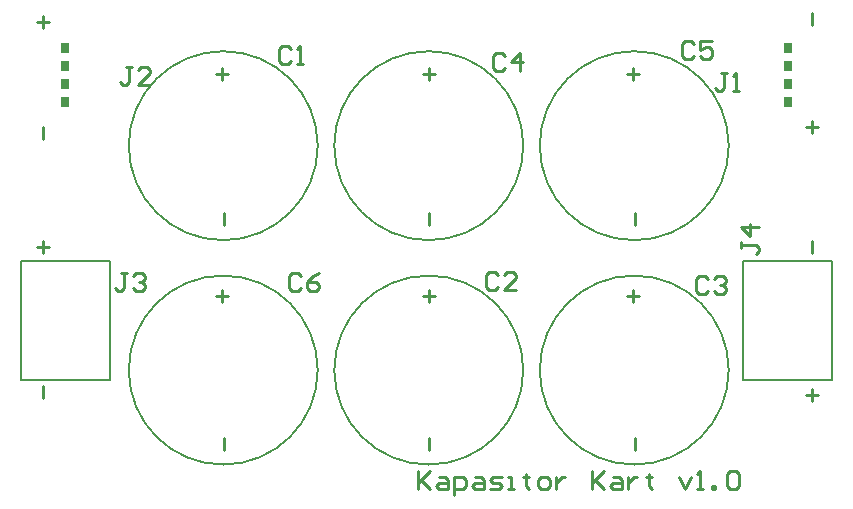
<source format=gto>
G04*
G04 #@! TF.GenerationSoftware,Altium Limited,Altium Designer,19.1.5 (86)*
G04*
G04 Layer_Color=65535*
%FSLAX44Y44*%
%MOMM*%
G71*
G01*
G75*
%ADD10C,0.2000*%
%ADD11R,0.8000X0.8500*%
%ADD12C,0.2540*%
D10*
X257800Y300000D02*
G03*
X257800Y300000I-80000J0D01*
G01*
X605780D02*
G03*
X605780Y300000I-80000J0D01*
G01*
X431790D02*
G03*
X431790Y300000I-80000J0D01*
G01*
X605780Y110000D02*
G03*
X605780Y110000I-80000J0D01*
G01*
X431790D02*
G03*
X431790Y110000I-80000J0D01*
G01*
X257800D02*
G03*
X257800Y110000I-80000J0D01*
G01*
X6990Y102000D02*
Y202000D01*
X81990Y102000D02*
Y202000D01*
X6990Y102000D02*
X81990D01*
X6990Y202000D02*
X81990D01*
X692820Y102000D02*
Y202000D01*
X617820Y102000D02*
Y202000D01*
X692820D01*
X617820Y102000D02*
X692820D01*
D11*
X43790Y337310D02*
D03*
Y352310D02*
D03*
Y367310D02*
D03*
Y382310D02*
D03*
X656210D02*
D03*
Y367310D02*
D03*
Y352310D02*
D03*
Y337310D02*
D03*
D12*
X178382Y42000D02*
Y52157D01*
X352383Y42000D02*
Y52157D01*
X526382Y42000D02*
Y52157D01*
Y233000D02*
Y243157D01*
X352383Y233000D02*
Y243157D01*
X178382Y233000D02*
Y243157D01*
X520000Y172617D02*
X530157D01*
X525078Y177696D02*
Y167539D01*
X347000Y172617D02*
X357157D01*
X352078Y177696D02*
Y167539D01*
X172000Y172617D02*
X182157D01*
X177078Y177696D02*
Y167539D01*
X520000Y360617D02*
X530157D01*
X525078Y365696D02*
Y355539D01*
X347000Y360617D02*
X357157D01*
X352078Y365696D02*
Y355539D01*
X172000Y360617D02*
X182157D01*
X177078Y365696D02*
Y355539D01*
X676383Y311000D02*
Y321157D01*
X671304Y316078D02*
X681461D01*
X676383Y84000D02*
Y94157D01*
X671304Y89078D02*
X681461D01*
X25382Y209000D02*
Y219157D01*
X20304Y214078D02*
X30461D01*
X25382Y400000D02*
Y410157D01*
X20304Y405078D02*
X30461D01*
X676383Y209000D02*
Y219157D01*
Y402000D02*
Y412157D01*
X25382Y306000D02*
Y316157D01*
Y86000D02*
Y96157D01*
X234947Y381876D02*
X232407Y384415D01*
X227329D01*
X224790Y381876D01*
Y371719D01*
X227329Y369180D01*
X232407D01*
X234947Y371719D01*
X240025Y369180D02*
X245103D01*
X242564D01*
Y384415D01*
X240025Y381876D01*
X343000Y24235D02*
Y9000D01*
Y14078D01*
X353157Y24235D01*
X345539Y16617D01*
X353157Y9000D01*
X360774Y19157D02*
X365853D01*
X368392Y16617D01*
Y9000D01*
X360774D01*
X358235Y11539D01*
X360774Y14078D01*
X368392D01*
X373470Y3922D02*
Y19157D01*
X381088D01*
X383627Y16617D01*
Y11539D01*
X381088Y9000D01*
X373470D01*
X391244Y19157D02*
X396323D01*
X398862Y16617D01*
Y9000D01*
X391244D01*
X388705Y11539D01*
X391244Y14078D01*
X398862D01*
X403940Y9000D02*
X411558D01*
X414097Y11539D01*
X411558Y14078D01*
X406479D01*
X403940Y16617D01*
X406479Y19157D01*
X414097D01*
X419175Y9000D02*
X424254D01*
X421715D01*
Y19157D01*
X419175D01*
X434410Y21696D02*
Y19157D01*
X431871D01*
X436950D01*
X434410D01*
Y11539D01*
X436950Y9000D01*
X447106D02*
X452185D01*
X454724Y11539D01*
Y16617D01*
X452185Y19157D01*
X447106D01*
X444567Y16617D01*
Y11539D01*
X447106Y9000D01*
X459802Y19157D02*
Y9000D01*
Y14078D01*
X462341Y16617D01*
X464881Y19157D01*
X467420D01*
X490272Y24235D02*
Y9000D01*
Y14078D01*
X500429Y24235D01*
X492812Y16617D01*
X500429Y9000D01*
X508047Y19157D02*
X513125D01*
X515664Y16617D01*
Y9000D01*
X508047D01*
X505507Y11539D01*
X508047Y14078D01*
X515664D01*
X520742Y19157D02*
Y9000D01*
Y14078D01*
X523282Y16617D01*
X525821Y19157D01*
X528360D01*
X538517Y21696D02*
Y19157D01*
X535978D01*
X541056D01*
X538517D01*
Y11539D01*
X541056Y9000D01*
X563909Y19157D02*
X568987Y9000D01*
X574065Y19157D01*
X579144Y9000D02*
X584222D01*
X581683D01*
Y24235D01*
X579144Y21696D01*
X591839Y9000D02*
Y11539D01*
X594379D01*
Y9000D01*
X591839D01*
X604535Y21696D02*
X607075Y24235D01*
X612153D01*
X614692Y21696D01*
Y11539D01*
X612153Y9000D01*
X607075D01*
X604535Y11539D01*
Y21696D01*
X243837Y189336D02*
X241297Y191875D01*
X236219D01*
X233680Y189336D01*
Y179179D01*
X236219Y176640D01*
X241297D01*
X243837Y179179D01*
X259072Y191875D02*
X253993Y189336D01*
X248915Y184258D01*
Y179179D01*
X251454Y176640D01*
X256533D01*
X259072Y179179D01*
Y181718D01*
X256533Y184258D01*
X248915D01*
X576157Y385696D02*
X573618Y388235D01*
X568539D01*
X566000Y385696D01*
Y375539D01*
X568539Y373000D01*
X573618D01*
X576157Y375539D01*
X591392Y388235D02*
X581235D01*
Y380617D01*
X586313Y383157D01*
X588853D01*
X591392Y380617D01*
Y375539D01*
X588853Y373000D01*
X583774D01*
X581235Y375539D01*
X410207Y190676D02*
X407668Y193215D01*
X402589D01*
X400050Y190676D01*
Y180519D01*
X402589Y177980D01*
X407668D01*
X410207Y180519D01*
X425442Y177980D02*
X415285D01*
X425442Y188137D01*
Y190676D01*
X422903Y193215D01*
X417824D01*
X415285Y190676D01*
X588007Y187466D02*
X585467Y190005D01*
X580389D01*
X577850Y187466D01*
Y177309D01*
X580389Y174770D01*
X585467D01*
X588007Y177309D01*
X593085Y187466D02*
X595624Y190005D01*
X600703D01*
X603242Y187466D01*
Y184927D01*
X600703Y182388D01*
X598163D01*
X600703D01*
X603242Y179848D01*
Y177309D01*
X600703Y174770D01*
X595624D01*
X593085Y177309D01*
X416557Y375526D02*
X414017Y378065D01*
X408939D01*
X406400Y375526D01*
Y365369D01*
X408939Y362830D01*
X414017D01*
X416557Y365369D01*
X429253Y362830D02*
Y378065D01*
X421635Y370448D01*
X431792D01*
X615765Y218157D02*
Y213078D01*
Y215618D01*
X628461D01*
X631000Y213078D01*
Y210539D01*
X628461Y208000D01*
X631000Y230853D02*
X615765D01*
X623382Y223235D01*
Y233392D01*
X96157Y192235D02*
X91078D01*
X93617D01*
Y179539D01*
X91078Y177000D01*
X88539D01*
X86000Y179539D01*
X101235Y189696D02*
X103774Y192235D01*
X108853D01*
X111392Y189696D01*
Y187157D01*
X108853Y184618D01*
X106313D01*
X108853D01*
X111392Y182078D01*
Y179539D01*
X108853Y177000D01*
X103774D01*
X101235Y179539D01*
X100157Y366235D02*
X95078D01*
X97618D01*
Y353539D01*
X95078Y351000D01*
X92539D01*
X90000Y353539D01*
X115392Y351000D02*
X105235D01*
X115392Y361157D01*
Y363696D01*
X112853Y366235D01*
X107774D01*
X105235Y363696D01*
X604157Y361235D02*
X599078D01*
X601618D01*
Y348539D01*
X599078Y346000D01*
X596539D01*
X594000Y348539D01*
X609235Y346000D02*
X614313D01*
X611774D01*
Y361235D01*
X609235Y358696D01*
M02*

</source>
